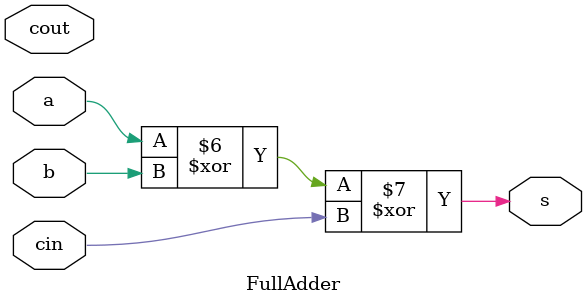
<source format=v>
`timescale 1ns / 1ps

module FullAdder(
    input a,
    input b,
    input cin,
    output s,
    input cout
    );

 

wire w1, w2, w3;             //These wires will act as connections between our logic AND + OR gates

 

//determine what our carry out will be
and(w1,a,b);                 // a AND b attach output to w1
and(w2,a,cin);               // a AND cin attach output to w2
and(w3,b,cin);               // b AND cin attach output to w3
or(cout, w1,w2,w3);          // w1 OR w2 OR w3 attach output to cout

 

//determine what our sum is
xor(s,a,b,cin);

 

endmodule
</source>
